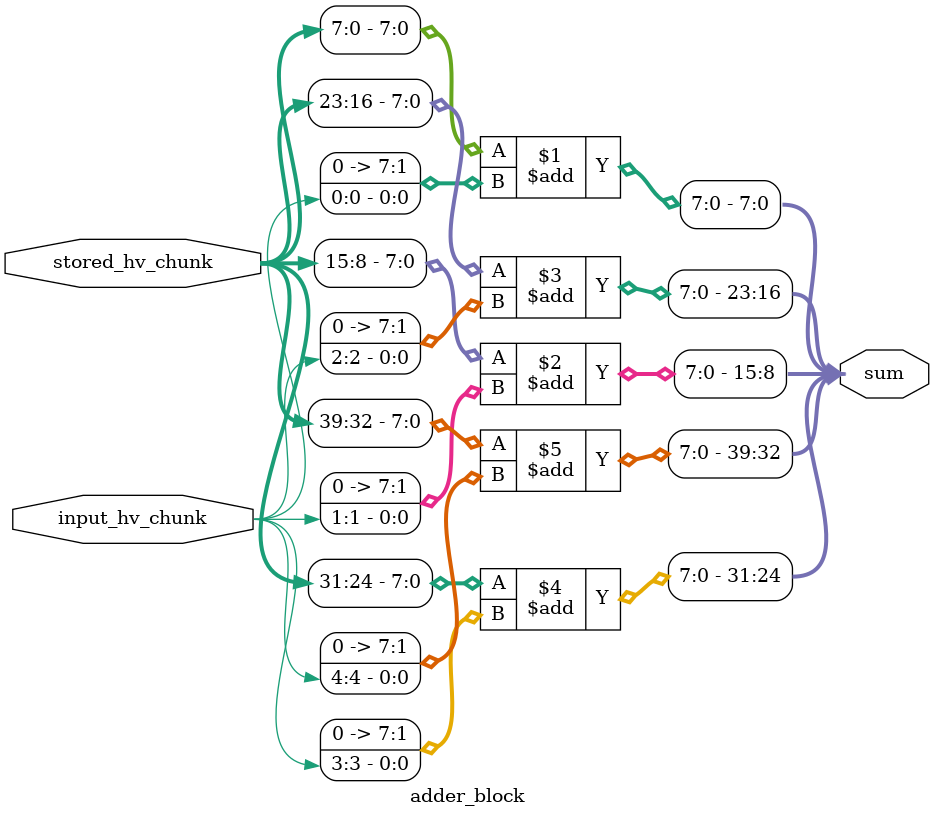
<source format=v>
`timescale 1ns / 1ps
`define THRESHOLD 30
module adder_block(
    input_hv_chunk,
    stored_hv_chunk,
    sum
    );
    input [4:0] input_hv_chunk; //500 wide in full-width application (10CC)
    input [39:0] stored_hv_chunk; //500*8 wide in full-width application (10CC)
    output wire [39:0] sum; //500*8 wide in full-width application (10CC)
    
    assign sum[7:0] = stored_hv_chunk[7:0] + {7'd0,input_hv_chunk[0]};
    assign sum[15:8] = stored_hv_chunk[15:8] + {7'd0,input_hv_chunk[1]};
    assign sum[23:16] = stored_hv_chunk[23:16] + {7'd0,input_hv_chunk[2]};
    assign sum[31:24] = stored_hv_chunk[31:24] + {7'd0,input_hv_chunk[3]};
    assign sum[39:32] = stored_hv_chunk[39:32] + {7'd0,input_hv_chunk[4]};
    
    
    
endmodule

</source>
